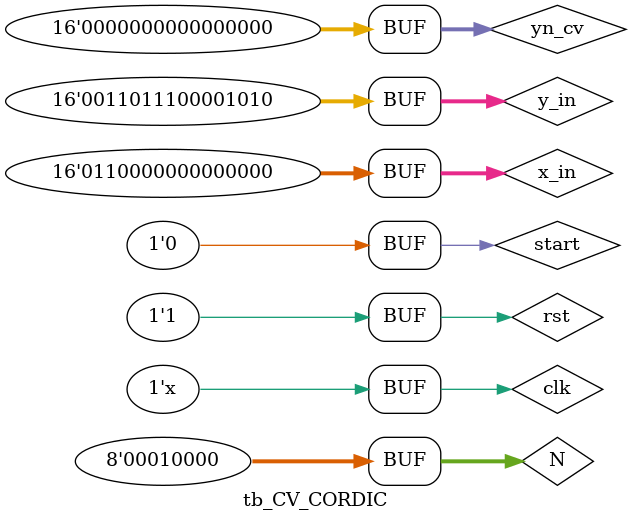
<source format=v>
`timescale 1ns / 1ps


module tb_CV_CORDIC;

	// Inputs
	reg clk=0;
	reg rst;
	reg start;
	reg signed [15:0] x_in;
	reg signed [15:0] y_in;
	reg signed [15:0] yn_cv;
	
	reg [7:0] N;

	// Outputs
	wire [15:0] cv_2Rminus1;
	wire [15:0] r;//q3.13 format
	wire [15:0] phi;//q3.13 format

	// Instantiate the Unit Under Test (UUT)
	CV_CORDIC uut (
		.clk(clk), 
		.rst(rst), 
		.start(start), 
		.x_in(x_in), 
		.y_in(y_in), 
		.yn_cv(yn_cv), 
		.N(N), 
		.r(r), 
		.cv_2Rminus1(cv_2Rminus1), 
		.phi(phi)
	);

	always
	begin
	#5 clk = !clk;
	end

	initial begin
		// Initialize Inputs
		clk = 0;
		rst = 0;
		start = 0;
		x_in = 0;
		y_in = 0;
		N = 0;
		yn_cv = 0;

		// Wait 100 ns for global reset to finish
		#100;
		rst = 1;
		#100;
        
		// Add stimulus here
		N		<= 'd16;
		x_in	<= 16'h6000;     	//+0.75
		y_in	<= 16'h370A;		//+0.43
		//repeat(2) @(posedge clk)
//		x_in	<= 16'h1800;		//+0.75
//		y_in	<= 16'hF23D;		//-0.43
//		x_in	<= 16'hE800;		//-0.75
//		y_in	<= 16'hDC2;			//+0.43
//		x_in	<= 16'hE800;		//-0.75
//		y_in	<= 16'hF23D;		//-0.43

		start	<= 1;
		#10;
		
		start	<= 0;
	end
      
endmodule

//		x_in	<= 16'h1800;     	//+0.75
//		y_in	<= 16'hDC2;			//+0.43
		//repeat(2) @(posedge clk)
//		x_in	<= 16'h1800;		//+0.75
//		y_in	<= 16'hF23D;		//-0.43
//		x_in	<= 16'hE800;		//-0.75
//		y_in	<= 16'hDC2;			//+0.43
//		x_in	<= 16'hE800;		//-0.75
//		y_in	<= 16'hF23D;		//-0.43
</source>
